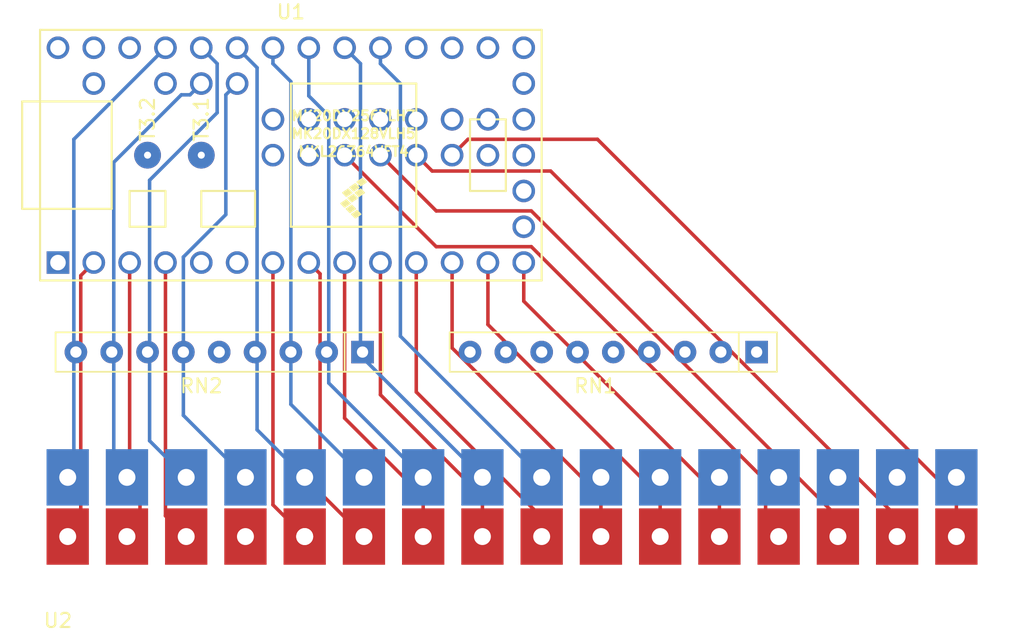
<source format=kicad_pcb>
(kicad_pcb (version 20171130) (host pcbnew 5.0.2+dfsg1-1~bpo9+1)

  (general
    (thickness 1.6)
    (drawings 0)
    (tracks 84)
    (zones 0)
    (modules 4)
    (nets 54)
  )

  (page A4)
  (layers
    (0 F.Cu signal)
    (31 B.Cu signal)
    (32 B.Adhes user)
    (33 F.Adhes user)
    (34 B.Paste user)
    (35 F.Paste user)
    (36 B.SilkS user)
    (37 F.SilkS user)
    (38 B.Mask user)
    (39 F.Mask user)
    (40 Dwgs.User user)
    (41 Cmts.User user)
    (42 Eco1.User user)
    (43 Eco2.User user)
    (44 Edge.Cuts user)
    (45 Margin user)
    (46 B.CrtYd user)
    (47 F.CrtYd user)
    (48 B.Fab user)
    (49 F.Fab user)
  )

  (setup
    (last_trace_width 0.25)
    (trace_clearance 0.2)
    (zone_clearance 0.508)
    (zone_45_only no)
    (trace_min 0.2)
    (segment_width 0.2)
    (edge_width 0.15)
    (via_size 0.8)
    (via_drill 0.4)
    (via_min_size 0.4)
    (via_min_drill 0.3)
    (uvia_size 0.3)
    (uvia_drill 0.1)
    (uvias_allowed no)
    (uvia_min_size 0.2)
    (uvia_min_drill 0.1)
    (pcb_text_width 0.3)
    (pcb_text_size 1.5 1.5)
    (mod_edge_width 0.15)
    (mod_text_size 1 1)
    (mod_text_width 0.15)
    (pad_size 1.524 1.524)
    (pad_drill 0.762)
    (pad_to_mask_clearance 0.051)
    (solder_mask_min_width 0.25)
    (aux_axis_origin 0 0)
    (visible_elements FFFFFF7F)
    (pcbplotparams
      (layerselection 0x010fc_ffffffff)
      (usegerberextensions false)
      (usegerberattributes false)
      (usegerberadvancedattributes false)
      (creategerberjobfile false)
      (excludeedgelayer true)
      (linewidth 0.100000)
      (plotframeref false)
      (viasonmask false)
      (mode 1)
      (useauxorigin false)
      (hpglpennumber 1)
      (hpglpenspeed 20)
      (hpglpendiameter 15.000000)
      (psnegative false)
      (psa4output false)
      (plotreference true)
      (plotvalue true)
      (plotinvisibletext false)
      (padsonsilk false)
      (subtractmaskfromsilk false)
      (outputformat 1)
      (mirror false)
      (drillshape 1)
      (scaleselection 1)
      (outputdirectory ""))
  )

  (net 0 "")
  (net 1 "Net-(U1-Pad16)")
  (net 2 "Net-(U1-Pad17)")
  (net 3 "Net-(U1-Pad18)")
  (net 4 "Net-(U1-Pad20)")
  (net 5 "Net-(U1-Pad31)")
  (net 6 "Net-(U1-Pad6)")
  (net 7 "Net-(U1-Pad5)")
  (net 8 "Net-(U1-Pad15)")
  (net 9 "Net-(U1-Pad32)")
  (net 10 "Net-(U1-Pad33)")
  (net 11 "Net-(U1-Pad34)")
  (net 12 "Net-(U1-Pad35)")
  (net 13 "Net-(U1-Pad41)")
  (net 14 "Net-(U1-Pad39)")
  (net 15 "Net-(U1-Pad38)")
  (net 16 "Net-(U1-Pad50)")
  (net 17 "Net-(U1-Pad51)")
  (net 18 GNDREF)
  (net 19 ROW_3)
  (net 20 ROW_5)
  (net 21 ROW_6)
  (net 22 ROW_7)
  (net 23 ROW_8)
  (net 24 ROW_9)
  (net 25 ROW_10)
  (net 26 ROW_11)
  (net 27 ROW_13)
  (net 28 ROW_15)
  (net 29 ROW_14)
  (net 30 ROW_12)
  (net 31 ROW_1)
  (net 32 ROW_2)
  (net 33 ROW_4)
  (net 34 ROW_0)
  (net 35 COL_3)
  (net 36 COL_2)
  (net 37 COL_1)
  (net 38 COL_0)
  (net 39 COL_12)
  (net 40 COL_15)
  (net 41 COL_14)
  (net 42 COL_13)
  (net 43 COL_11)
  (net 44 COL_10)
  (net 45 COL_9)
  (net 46 COL_8)
  (net 47 COL_7)
  (net 48 COL_6)
  (net 49 COL_5)
  (net 50 COL_4)
  (net 51 "Net-(U1-Pad26)")
  (net 52 "Net-(U1-Pad25)")
  (net 53 DAC)

  (net_class Default "Ceci est la Netclass par défaut."
    (clearance 0.2)
    (trace_width 0.25)
    (via_dia 0.8)
    (via_drill 0.4)
    (uvia_dia 0.3)
    (uvia_drill 0.1)
    (add_net COL_0)
    (add_net COL_1)
    (add_net COL_10)
    (add_net COL_11)
    (add_net COL_12)
    (add_net COL_13)
    (add_net COL_14)
    (add_net COL_15)
    (add_net COL_2)
    (add_net COL_3)
    (add_net COL_4)
    (add_net COL_5)
    (add_net COL_6)
    (add_net COL_7)
    (add_net COL_8)
    (add_net COL_9)
    (add_net DAC)
    (add_net GNDREF)
    (add_net "Net-(U1-Pad15)")
    (add_net "Net-(U1-Pad16)")
    (add_net "Net-(U1-Pad17)")
    (add_net "Net-(U1-Pad18)")
    (add_net "Net-(U1-Pad20)")
    (add_net "Net-(U1-Pad25)")
    (add_net "Net-(U1-Pad26)")
    (add_net "Net-(U1-Pad31)")
    (add_net "Net-(U1-Pad32)")
    (add_net "Net-(U1-Pad33)")
    (add_net "Net-(U1-Pad34)")
    (add_net "Net-(U1-Pad35)")
    (add_net "Net-(U1-Pad38)")
    (add_net "Net-(U1-Pad39)")
    (add_net "Net-(U1-Pad41)")
    (add_net "Net-(U1-Pad5)")
    (add_net "Net-(U1-Pad50)")
    (add_net "Net-(U1-Pad51)")
    (add_net "Net-(U1-Pad6)")
    (add_net ROW_0)
    (add_net ROW_1)
    (add_net ROW_10)
    (add_net ROW_11)
    (add_net ROW_12)
    (add_net ROW_13)
    (add_net ROW_14)
    (add_net ROW_15)
    (add_net ROW_2)
    (add_net ROW_3)
    (add_net ROW_4)
    (add_net ROW_5)
    (add_net ROW_6)
    (add_net ROW_7)
    (add_net ROW_8)
    (add_net ROW_9)
  )

  (module Resistor_THT:R_Array_SIP9 (layer F.Cu) (tedit 5A14249F) (tstamp 5DF7E9A9)
    (at 137.16 107.95 180)
    (descr "9-pin Resistor SIP pack")
    (tags R)
    (path /5DF1EFBB)
    (fp_text reference RN2 (at 11.43 -2.4 180) (layer F.SilkS)
      (effects (font (size 1 1) (thickness 0.15)))
    )
    (fp_text value R_Network08_US (at 11.43 2.4 180) (layer F.Fab)
      (effects (font (size 1 1) (thickness 0.15)))
    )
    (fp_line (start 22.05 -1.65) (end -1.7 -1.65) (layer F.CrtYd) (width 0.05))
    (fp_line (start 22.05 1.65) (end 22.05 -1.65) (layer F.CrtYd) (width 0.05))
    (fp_line (start -1.7 1.65) (end 22.05 1.65) (layer F.CrtYd) (width 0.05))
    (fp_line (start -1.7 -1.65) (end -1.7 1.65) (layer F.CrtYd) (width 0.05))
    (fp_line (start 1.27 -1.4) (end 1.27 1.4) (layer F.SilkS) (width 0.12))
    (fp_line (start 21.76 -1.4) (end -1.44 -1.4) (layer F.SilkS) (width 0.12))
    (fp_line (start 21.76 1.4) (end 21.76 -1.4) (layer F.SilkS) (width 0.12))
    (fp_line (start -1.44 1.4) (end 21.76 1.4) (layer F.SilkS) (width 0.12))
    (fp_line (start -1.44 -1.4) (end -1.44 1.4) (layer F.SilkS) (width 0.12))
    (fp_line (start 1.27 -1.25) (end 1.27 1.25) (layer F.Fab) (width 0.1))
    (fp_line (start 21.61 -1.25) (end -1.29 -1.25) (layer F.Fab) (width 0.1))
    (fp_line (start 21.61 1.25) (end 21.61 -1.25) (layer F.Fab) (width 0.1))
    (fp_line (start -1.29 1.25) (end 21.61 1.25) (layer F.Fab) (width 0.1))
    (fp_line (start -1.29 -1.25) (end -1.29 1.25) (layer F.Fab) (width 0.1))
    (fp_text user %R (at 10.16 0 180) (layer F.Fab)
      (effects (font (size 1 1) (thickness 0.15)))
    )
    (pad 9 thru_hole oval (at 20.32 0 180) (size 1.6 1.6) (drill 0.8) (layers *.Cu *.Mask)
      (net 40 COL_15))
    (pad 8 thru_hole oval (at 17.78 0 180) (size 1.6 1.6) (drill 0.8) (layers *.Cu *.Mask)
      (net 41 COL_14))
    (pad 7 thru_hole oval (at 15.24 0 180) (size 1.6 1.6) (drill 0.8) (layers *.Cu *.Mask)
      (net 42 COL_13))
    (pad 6 thru_hole oval (at 12.7 0 180) (size 1.6 1.6) (drill 0.8) (layers *.Cu *.Mask)
      (net 39 COL_12))
    (pad 5 thru_hole oval (at 10.16 0 180) (size 1.6 1.6) (drill 0.8) (layers *.Cu *.Mask)
      (net 43 COL_11))
    (pad 4 thru_hole oval (at 7.62 0 180) (size 1.6 1.6) (drill 0.8) (layers *.Cu *.Mask)
      (net 44 COL_10))
    (pad 3 thru_hole oval (at 5.08 0 180) (size 1.6 1.6) (drill 0.8) (layers *.Cu *.Mask)
      (net 45 COL_9))
    (pad 2 thru_hole oval (at 2.54 0 180) (size 1.6 1.6) (drill 0.8) (layers *.Cu *.Mask)
      (net 46 COL_8))
    (pad 1 thru_hole rect (at 0 0 180) (size 1.6 1.6) (drill 0.8) (layers *.Cu *.Mask)
      (net 18 GNDREF))
    (model ${KISYS3DMOD}/Resistor_THT.3dshapes/R_Array_SIP9.wrl
      (at (xyz 0 0 0))
      (scale (xyz 1 1 1))
      (rotate (xyz 0 0 0))
    )
  )

  (module Resistor_THT:R_Array_SIP9 (layer F.Cu) (tedit 5A14249F) (tstamp 5DF7E98D)
    (at 165.1 107.95 180)
    (descr "9-pin Resistor SIP pack")
    (tags R)
    (path /5DF1EF11)
    (fp_text reference RN1 (at 11.43 -2.4 180) (layer F.SilkS)
      (effects (font (size 1 1) (thickness 0.15)))
    )
    (fp_text value R_Network08_US (at 11.43 2.4 180) (layer F.Fab)
      (effects (font (size 1 1) (thickness 0.15)))
    )
    (fp_text user %R (at 10.16 0 180) (layer F.Fab)
      (effects (font (size 1 1) (thickness 0.15)))
    )
    (fp_line (start -1.29 -1.25) (end -1.29 1.25) (layer F.Fab) (width 0.1))
    (fp_line (start -1.29 1.25) (end 21.61 1.25) (layer F.Fab) (width 0.1))
    (fp_line (start 21.61 1.25) (end 21.61 -1.25) (layer F.Fab) (width 0.1))
    (fp_line (start 21.61 -1.25) (end -1.29 -1.25) (layer F.Fab) (width 0.1))
    (fp_line (start 1.27 -1.25) (end 1.27 1.25) (layer F.Fab) (width 0.1))
    (fp_line (start -1.44 -1.4) (end -1.44 1.4) (layer F.SilkS) (width 0.12))
    (fp_line (start -1.44 1.4) (end 21.76 1.4) (layer F.SilkS) (width 0.12))
    (fp_line (start 21.76 1.4) (end 21.76 -1.4) (layer F.SilkS) (width 0.12))
    (fp_line (start 21.76 -1.4) (end -1.44 -1.4) (layer F.SilkS) (width 0.12))
    (fp_line (start 1.27 -1.4) (end 1.27 1.4) (layer F.SilkS) (width 0.12))
    (fp_line (start -1.7 -1.65) (end -1.7 1.65) (layer F.CrtYd) (width 0.05))
    (fp_line (start -1.7 1.65) (end 22.05 1.65) (layer F.CrtYd) (width 0.05))
    (fp_line (start 22.05 1.65) (end 22.05 -1.65) (layer F.CrtYd) (width 0.05))
    (fp_line (start 22.05 -1.65) (end -1.7 -1.65) (layer F.CrtYd) (width 0.05))
    (pad 1 thru_hole rect (at 0 0 180) (size 1.6 1.6) (drill 0.8) (layers *.Cu *.Mask)
      (net 18 GNDREF))
    (pad 2 thru_hole oval (at 2.54 0 180) (size 1.6 1.6) (drill 0.8) (layers *.Cu *.Mask)
      (net 38 COL_0))
    (pad 3 thru_hole oval (at 5.08 0 180) (size 1.6 1.6) (drill 0.8) (layers *.Cu *.Mask)
      (net 37 COL_1))
    (pad 4 thru_hole oval (at 7.62 0 180) (size 1.6 1.6) (drill 0.8) (layers *.Cu *.Mask)
      (net 36 COL_2))
    (pad 5 thru_hole oval (at 10.16 0 180) (size 1.6 1.6) (drill 0.8) (layers *.Cu *.Mask)
      (net 35 COL_3))
    (pad 6 thru_hole oval (at 12.7 0 180) (size 1.6 1.6) (drill 0.8) (layers *.Cu *.Mask)
      (net 50 COL_4))
    (pad 7 thru_hole oval (at 15.24 0 180) (size 1.6 1.6) (drill 0.8) (layers *.Cu *.Mask)
      (net 49 COL_5))
    (pad 8 thru_hole oval (at 17.78 0 180) (size 1.6 1.6) (drill 0.8) (layers *.Cu *.Mask)
      (net 48 COL_6))
    (pad 9 thru_hole oval (at 20.32 0 180) (size 1.6 1.6) (drill 0.8) (layers *.Cu *.Mask)
      (net 47 COL_7))
    (model ${KISYS3DMOD}/Resistor_THT.3dshapes/R_Array_SIP9.wrl
      (at (xyz 0 0 0))
      (scale (xyz 1 1 1))
      (rotate (xyz 0 0 0))
    )
  )

  (module e256:e256_pad_16X16 (layer F.Cu) (tedit 5DE6C641) (tstamp 5DEF5558)
    (at 149.86 116.84 270)
    (path /5DEF4BB3)
    (fp_text reference U2 (at 10.16 34.29) (layer F.SilkS)
      (effects (font (size 1 1) (thickness 0.15)))
    )
    (fp_text value e256_pad_16x16 (at 8.255 29.21) (layer F.Fab)
      (effects (font (size 1 1) (thickness 0.15)))
    )
    (pad "" np_thru_hole circle (at 4.2 -33.6 270) (size 1.2 1.2) (drill 1.2) (layers *.Cu))
    (pad "" np_thru_hole circle (at 0 -33.6 270) (size 1.2 1.2) (drill 1.2) (layers *.Cu))
    (pad "" np_thru_hole circle (at 4.2 37.8 270) (size 1.2 1.2) (drill 1.2) (layers *.Cu))
    (pad "" np_thru_hole circle (at 0 37.8 270) (size 1.2 1.2) (drill 1.2) (layers *.Cu))
    (pad "" np_thru_hole circle (at 0 33.6 270) (size 1.2 1.2) (drill 1.2) (layers *.Cu))
    (pad "" np_thru_hole circle (at 4.2 33.6 270) (size 1.2 1.2) (drill 1.2) (layers *.Cu))
    (pad "" np_thru_hole circle (at 4.2 29.4 270) (size 1.2 1.2) (drill 1.2) (layers *.Cu))
    (pad "" np_thru_hole circle (at 0 29.4 270) (size 1.2 1.2) (drill 1.2) (layers *.Cu))
    (pad "" np_thru_hole circle (at 0 25.2 270) (size 1.2 1.2) (drill 1.2) (layers *.Cu))
    (pad "" np_thru_hole circle (at 4.2 25.2 270) (size 1.2 1.2) (drill 1.2) (layers *.Cu))
    (pad "" np_thru_hole circle (at 4.2 21 270) (size 1.2 1.2) (drill 1.2) (layers *.Cu))
    (pad "" np_thru_hole circle (at 0 21 270) (size 1.2 1.2) (drill 1.2) (layers *.Cu))
    (pad "" np_thru_hole circle (at 0 16.8 270) (size 1.2 1.2) (drill 1.2) (layers *.Cu))
    (pad "" np_thru_hole circle (at 4.2 16.8 270) (size 1.2 1.2) (drill 1.2) (layers *.Cu))
    (pad "" np_thru_hole circle (at 4.2 16.8 270) (size 1.2 1.2) (drill 1.2) (layers *.Cu))
    (pad "" np_thru_hole circle (at 4.2 12.6 270) (size 1.2 1.2) (drill 1.2) (layers *.Cu))
    (pad "" np_thru_hole circle (at 0 12.6 270) (size 1.2 1.2) (drill 1.2) (layers *.Cu))
    (pad "" np_thru_hole circle (at 0 8.4 270) (size 1.2 1.2) (drill 1.2) (layers *.Cu))
    (pad "" np_thru_hole circle (at 4.2 8.4 270) (size 1.2 1.2) (drill 1.2) (layers *.Cu))
    (pad "" np_thru_hole circle (at 4.2 4.2 270) (size 1.2 1.2) (drill 1.2) (layers *.Cu))
    (pad "" np_thru_hole circle (at 0 4.2 270) (size 1.2 1.2) (drill 1.2) (layers *.Cu))
    (pad "" np_thru_hole circle (at 0 0 270) (size 1.2 1.2) (drill 1.2) (layers *.Cu))
    (pad "" np_thru_hole circle (at 4.2 0 270) (size 1.2 1.2) (drill 1.2) (layers *.Cu))
    (pad "" np_thru_hole circle (at 4.2 -4.2 270) (size 1.2 1.2) (drill 1.2) (layers *.Cu))
    (pad "" np_thru_hole circle (at 0 -4.2 270) (size 1.2 1.2) (drill 1.2) (layers *.Cu))
    (pad "" np_thru_hole circle (at 0 -8.4 270) (size 1.2 1.2) (drill 1.2) (layers *.Cu))
    (pad "" np_thru_hole circle (at 4.2 -8.4 270) (size 1.2 1.2) (drill 1.2) (layers *.Cu))
    (pad "" np_thru_hole circle (at 4.2 -12.6 270) (size 1.2 1.2) (drill 1.2) (layers *.Cu))
    (pad "" np_thru_hole circle (at 0 -12.6 270) (size 1.2 1.2) (drill 1.2) (layers *.Cu))
    (pad "" np_thru_hole circle (at 0 -16.8 270) (size 1.2 1.2) (drill 1.2) (layers *.Cu))
    (pad "" np_thru_hole circle (at 4.2 -16.8 270) (size 1.2 1.2) (drill 1.2) (layers *.Cu))
    (pad "" np_thru_hole circle (at 4.2 -21 270) (size 1.2 1.2) (drill 1.2) (layers *.Cu))
    (pad "" np_thru_hole circle (at 0 -21 270) (size 1.2 1.2) (drill 1.2) (layers *.Cu))
    (pad "" np_thru_hole circle (at 4.2 -25.2 270) (size 1.2 1.2) (drill 1.2) (layers *.Cu))
    (pad "" np_thru_hole circle (at 0 -25.2 270) (size 1.2 1.2) (drill 1.2) (layers *.Cu))
    (pad "" np_thru_hole circle (at 0 -29.4 270) (size 1.2 1.2) (drill 1.2) (layers *.Cu))
    (pad "" np_thru_hole circle (at 4.2 -29.4 270) (size 1.2 1.2) (drill 1.2) (layers *.Cu))
    (pad 2 smd rect (at 0 -21 270) (size 4 3) (layers B.Cu B.Paste B.Mask)
      (net 32 ROW_2))
    (pad 14 smd rect (at 0 29.4 270) (size 4 3) (layers B.Cu B.Paste B.Mask)
      (net 29 ROW_14))
    (pad 8 smd rect (at 0 4.2 270) (size 4 3) (layers B.Cu B.Paste B.Mask)
      (net 23 ROW_8))
    (pad 15 smd rect (at 0 33.6 270) (size 4 3) (layers B.Cu B.Paste B.Mask)
      (net 28 ROW_15))
    (pad 9 smd rect (at 0 8.4 270) (size 4 3) (layers B.Cu B.Paste B.Mask)
      (net 24 ROW_9))
    (pad 7 smd rect (at 0 0 270) (size 4 3) (layers B.Cu B.Paste B.Mask)
      (net 22 ROW_7))
    (pad 12 smd rect (at 0 21 270) (size 4 3) (layers B.Cu B.Paste B.Mask)
      (net 30 ROW_12))
    (pad 13 smd rect (at 0 25.2 270) (size 4 3) (layers B.Cu B.Paste B.Mask)
      (net 27 ROW_13))
    (pad 11 smd rect (at 0 16.8 270) (size 4 3) (layers B.Cu B.Paste B.Mask)
      (net 26 ROW_11))
    (pad 0 smd rect (at 0 -29.4 270) (size 4 3) (layers B.Cu B.Paste B.Mask)
      (net 34 ROW_0))
    (pad 10 smd rect (at 0 12.6 270) (size 4 3) (layers B.Cu B.Paste B.Mask)
      (net 25 ROW_10))
    (pad 5 smd rect (at 0 -8.4 270) (size 4 3) (layers B.Cu B.Paste B.Mask)
      (net 20 ROW_5))
    (pad 6 smd rect (at 0 -4.2 270) (size 4 3) (layers B.Cu B.Paste B.Mask)
      (net 21 ROW_6))
    (pad 1 smd rect (at 0 -25.2 270) (size 4 3) (layers B.Cu B.Paste B.Mask)
      (net 31 ROW_1))
    (pad 3 smd rect (at 0 -16.8 270) (size 4 3) (layers B.Cu B.Paste B.Mask)
      (net 19 ROW_3))
    (pad 4 smd rect (at 0 -12.6 270) (size 4 3) (layers B.Cu B.Paste B.Mask)
      (net 33 ROW_4))
    (pad 26 smd rect (at 4.2 12.6 270) (size 4 3) (layers F.Cu F.Paste F.Mask)
      (net 44 COL_10))
    (pad 31 smd rect (at 4.2 33.6 270) (size 4 3) (layers F.Cu F.Paste F.Mask)
      (net 40 COL_15))
    (pad 24 smd rect (at 4.2 4.2 270) (size 4 3) (layers F.Cu F.Paste F.Mask)
      (net 46 COL_8))
    (pad 29 smd rect (at 4.2 25.2 270) (size 4 3) (layers F.Cu F.Paste F.Mask)
      (net 42 COL_13))
    (pad 30 smd rect (at 4.2 29.4 270) (size 4 3) (layers F.Cu F.Paste F.Mask)
      (net 41 COL_14))
    (pad 25 smd rect (at 4.2 8.4 270) (size 4 3) (layers F.Cu F.Paste F.Mask)
      (net 45 COL_9))
    (pad 27 smd rect (at 4.2 16.8 270) (size 4 3) (layers F.Cu F.Paste F.Mask)
      (net 43 COL_11))
    (pad 28 smd rect (at 4.2 21 270) (size 4 3) (layers F.Cu F.Paste F.Mask)
      (net 39 COL_12))
    (pad 23 smd rect (at 4.2 0 270) (size 4 3) (layers F.Cu F.Paste F.Mask)
      (net 47 COL_7))
    (pad 22 smd rect (at 4.2 -4.2 270) (size 4 3) (layers F.Cu F.Paste F.Mask)
      (net 48 COL_6))
    (pad 21 smd rect (at 4.2 -8.4 270) (size 4 3) (layers F.Cu F.Paste F.Mask)
      (net 49 COL_5))
    (pad 20 smd rect (at 4.2 -12.6 270) (size 4 3) (layers F.Cu F.Paste F.Mask)
      (net 50 COL_4))
    (pad 19 smd rect (at 4.2 -16.8 270) (size 4 3) (layers F.Cu F.Paste F.Mask)
      (net 35 COL_3))
    (pad 18 smd rect (at 4.2 -21 270) (size 4 3) (layers F.Cu F.Paste F.Mask)
      (net 36 COL_2))
    (pad 17 smd rect (at 4.2 -25.2 270) (size 4 3) (layers F.Cu F.Paste F.Mask)
      (net 37 COL_1))
    (pad 16 smd rect (at 4.2 -29.4 270) (size 4 3) (layers F.Cu F.Paste F.Mask)
      (net 38 COL_0))
  )

  (module teensy:Teensy30_31_32_LC (layer F.Cu) (tedit 5DEB7A80) (tstamp 5DEF5A28)
    (at 132.08 93.98)
    (path /5DEF4C87)
    (fp_text reference U1 (at 0 -10.16) (layer F.SilkS)
      (effects (font (size 1 1) (thickness 0.15)))
    )
    (fp_text value Teensy3.2 (at 0 10.16) (layer F.Fab)
      (effects (font (size 1 1) (thickness 0.15)))
    )
    (fp_text user MK20DX128VLH5 (at 4.445 -1.524) (layer F.SilkS)
      (effects (font (size 0.7 0.7) (thickness 0.15)))
    )
    (fp_text user MKL26Z64VFT4 (at 4.445 -0.254) (layer F.SilkS)
      (effects (font (size 0.7 0.7) (thickness 0.15)))
    )
    (fp_text user MK20DX256VLH7 (at 4.445 -2.794) (layer F.SilkS)
      (effects (font (size 0.7 0.7) (thickness 0.15)))
    )
    (fp_poly (pts (xy 4.826 2.921) (xy 4.572 2.667) (xy 4.953 2.413) (xy 5.207 2.667)) (layer F.SilkS) (width 0.1))
    (fp_poly (pts (xy 3.81 3.683) (xy 3.556 3.429) (xy 3.937 3.175) (xy 4.191 3.429)) (layer F.SilkS) (width 0.1))
    (fp_poly (pts (xy 4.572 4.445) (xy 4.318 4.191) (xy 4.699 3.937) (xy 4.953 4.191)) (layer F.SilkS) (width 0.1))
    (fp_poly (pts (xy 4.445 2.54) (xy 4.191 2.286) (xy 4.572 2.032) (xy 4.826 2.286)) (layer F.SilkS) (width 0.1))
    (fp_poly (pts (xy 4.191 4.064) (xy 3.937 3.81) (xy 4.318 3.556) (xy 4.572 3.81)) (layer F.SilkS) (width 0.1))
    (fp_poly (pts (xy 4.953 2.159) (xy 4.699 1.905) (xy 5.08 1.651) (xy 5.334 1.905)) (layer F.SilkS) (width 0.1))
    (fp_poly (pts (xy 4.318 3.302) (xy 4.064 3.048) (xy 4.445 2.794) (xy 4.699 3.048)) (layer F.SilkS) (width 0.1))
    (fp_poly (pts (xy 3.937 2.921) (xy 3.683 2.667) (xy 4.064 2.413) (xy 4.318 2.667)) (layer F.SilkS) (width 0.1))
    (fp_line (start -17.78 8.89) (end -17.78 -8.89) (layer F.SilkS) (width 0.15))
    (fp_line (start 17.78 8.89) (end -17.78 8.89) (layer F.SilkS) (width 0.15))
    (fp_line (start 17.78 -8.89) (end 17.78 8.89) (layer F.SilkS) (width 0.15))
    (fp_line (start -17.78 -8.89) (end 17.78 -8.89) (layer F.SilkS) (width 0.15))
    (fp_line (start 8.89 5.08) (end 0 5.08) (layer F.SilkS) (width 0.15))
    (fp_line (start 8.89 -5.08) (end 0 -5.08) (layer F.SilkS) (width 0.15))
    (fp_line (start 0 -5.08) (end 0 5.08) (layer F.SilkS) (width 0.15))
    (fp_line (start 8.89 5.08) (end 8.89 -5.08) (layer F.SilkS) (width 0.15))
    (fp_line (start 12.7 -2.54) (end 15.24 -2.54) (layer F.SilkS) (width 0.15))
    (fp_line (start 12.7 2.54) (end 12.7 -2.54) (layer F.SilkS) (width 0.15))
    (fp_line (start 15.24 2.54) (end 12.7 2.54) (layer F.SilkS) (width 0.15))
    (fp_line (start 15.24 -2.54) (end 15.24 2.54) (layer F.SilkS) (width 0.15))
    (fp_line (start -11.43 2.54) (end -11.43 5.08) (layer F.SilkS) (width 0.15))
    (fp_line (start -8.89 2.54) (end -11.43 2.54) (layer F.SilkS) (width 0.15))
    (fp_line (start -8.89 5.08) (end -8.89 2.54) (layer F.SilkS) (width 0.15))
    (fp_line (start -11.43 5.08) (end -8.89 5.08) (layer F.SilkS) (width 0.15))
    (fp_line (start -12.7 3.81) (end -17.78 3.81) (layer F.SilkS) (width 0.15))
    (fp_line (start -12.7 -3.81) (end -17.78 -3.81) (layer F.SilkS) (width 0.15))
    (fp_line (start -12.7 3.81) (end -12.7 -3.81) (layer F.SilkS) (width 0.15))
    (fp_line (start -6.35 2.54) (end -6.35 5.08) (layer F.SilkS) (width 0.15))
    (fp_line (start -2.54 2.54) (end -6.35 2.54) (layer F.SilkS) (width 0.15))
    (fp_line (start -2.54 5.08) (end -2.54 2.54) (layer F.SilkS) (width 0.15))
    (fp_line (start -6.35 5.08) (end -2.54 5.08) (layer F.SilkS) (width 0.15))
    (fp_line (start -19.05 -3.81) (end -17.78 -3.81) (layer F.SilkS) (width 0.15))
    (fp_line (start -19.05 3.81) (end -19.05 -3.81) (layer F.SilkS) (width 0.15))
    (fp_line (start -17.78 3.81) (end -19.05 3.81) (layer F.SilkS) (width 0.15))
    (fp_text user T3.1 (at -6.35 -2.54 -270) (layer F.SilkS)
      (effects (font (size 1 1) (thickness 0.15)))
    )
    (fp_text user T3.2 (at -10.16 -2.54 -270) (layer F.SilkS)
      (effects (font (size 1 1) (thickness 0.15)))
    )
    (pad 51 thru_hole circle (at -1.27 0) (size 1.6 1.6) (drill 1.1) (layers *.Cu *.Mask)
      (net 17 "Net-(U1-Pad51)"))
    (pad 50 thru_hole circle (at 1.27 0) (size 1.6 1.6) (drill 1.1) (layers *.Cu *.Mask)
      (net 16 "Net-(U1-Pad50)"))
    (pad 49 thru_hole circle (at 3.81 0) (size 1.6 1.6) (drill 1.1) (layers *.Cu *.Mask)
      (net 35 COL_3))
    (pad 48 thru_hole circle (at 6.35 0) (size 1.6 1.6) (drill 1.1) (layers *.Cu *.Mask)
      (net 36 COL_2))
    (pad 47 thru_hole circle (at 8.89 0) (size 1.6 1.6) (drill 1.1) (layers *.Cu *.Mask)
      (net 37 COL_1))
    (pad 46 thru_hole circle (at 11.43 0) (size 1.6 1.6) (drill 1.1) (layers *.Cu *.Mask)
      (net 38 COL_0))
    (pad 45 thru_hole circle (at 13.97 0) (size 1.6 1.6) (drill 1.1) (layers *.Cu *.Mask)
      (net 34 ROW_0))
    (pad 38 thru_hole circle (at -1.27 -2.54) (size 1.6 1.6) (drill 1.1) (layers *.Cu *.Mask)
      (net 15 "Net-(U1-Pad38)"))
    (pad 39 thru_hole circle (at 1.27 -2.54) (size 1.6 1.6) (drill 1.1) (layers *.Cu *.Mask)
      (net 14 "Net-(U1-Pad39)"))
    (pad 40 thru_hole circle (at 3.81 -2.54) (size 1.6 1.6) (drill 1.1) (layers *.Cu *.Mask)
      (net 39 COL_12))
    (pad 41 thru_hole circle (at 6.35 -2.54) (size 1.6 1.6) (drill 1.1) (layers *.Cu *.Mask)
      (net 13 "Net-(U1-Pad41)"))
    (pad 42 thru_hole circle (at 8.89 -2.54) (size 1.6 1.6) (drill 1.1) (layers *.Cu *.Mask)
      (net 33 ROW_4))
    (pad 43 thru_hole circle (at 11.43 -2.54) (size 1.6 1.6) (drill 1.1) (layers *.Cu *.Mask)
      (net 32 ROW_2))
    (pad 44 thru_hole circle (at 13.97 -2.54) (size 1.6 1.6) (drill 1.1) (layers *.Cu *.Mask)
      (net 31 ROW_1))
    (pad 52 thru_hole circle (at -10.16 0) (size 1.9 1.9) (drill 0.5) (layers *.Cu *.Mask))
    (pad 52 thru_hole circle (at -6.35 0) (size 1.9 1.9) (drill 0.5) (layers *.Cu *.Mask))
    (pad 1 thru_hole rect (at -16.51 7.62) (size 1.6 1.6) (drill 1.1) (layers *.Cu *.Mask)
      (net 18 GNDREF))
    (pad 2 thru_hole circle (at -13.97 7.62) (size 1.6 1.6) (drill 1.1) (layers *.Cu *.Mask)
      (net 40 COL_15))
    (pad 3 thru_hole circle (at -11.43 7.62) (size 1.6 1.6) (drill 1.1) (layers *.Cu *.Mask)
      (net 41 COL_14))
    (pad 4 thru_hole circle (at -8.89 7.62) (size 1.6 1.6) (drill 1.1) (layers *.Cu *.Mask)
      (net 42 COL_13))
    (pad 5 thru_hole circle (at -6.35 7.62) (size 1.6 1.6) (drill 1.1) (layers *.Cu *.Mask)
      (net 7 "Net-(U1-Pad5)"))
    (pad 6 thru_hole circle (at -3.81 7.62) (size 1.6 1.6) (drill 1.1) (layers *.Cu *.Mask)
      (net 6 "Net-(U1-Pad6)"))
    (pad 7 thru_hole circle (at -1.27 7.62) (size 1.6 1.6) (drill 1.1) (layers *.Cu *.Mask)
      (net 43 COL_11))
    (pad 8 thru_hole circle (at 1.27 7.62) (size 1.6 1.6) (drill 1.1) (layers *.Cu *.Mask)
      (net 44 COL_10))
    (pad 9 thru_hole circle (at 3.81 7.62) (size 1.6 1.6) (drill 1.1) (layers *.Cu *.Mask)
      (net 45 COL_9))
    (pad 10 thru_hole circle (at 6.35 7.62) (size 1.6 1.6) (drill 1.1) (layers *.Cu *.Mask)
      (net 46 COL_8))
    (pad 11 thru_hole circle (at 8.89 7.62) (size 1.6 1.6) (drill 1.1) (layers *.Cu *.Mask)
      (net 47 COL_7))
    (pad 12 thru_hole circle (at 11.43 7.62) (size 1.6 1.6) (drill 1.1) (layers *.Cu *.Mask)
      (net 48 COL_6))
    (pad 13 thru_hole circle (at 13.97 7.62) (size 1.6 1.6) (drill 1.1) (layers *.Cu *.Mask)
      (net 49 COL_5))
    (pad 37 thru_hole circle (at -3.81 -5.08) (size 1.6 1.6) (drill 1.1) (layers *.Cu *.Mask)
      (net 30 ROW_12))
    (pad 36 thru_hole circle (at -6.35 -5.08) (size 1.6 1.6) (drill 1.1) (layers *.Cu *.Mask)
      (net 29 ROW_14))
    (pad 35 thru_hole circle (at -8.89 -5.08) (size 1.6 1.6) (drill 1.1) (layers *.Cu *.Mask)
      (net 12 "Net-(U1-Pad35)"))
    (pad 34 thru_hole circle (at -13.97 -5.08) (size 1.6 1.6) (drill 1.1) (layers *.Cu *.Mask)
      (net 11 "Net-(U1-Pad34)"))
    (pad 33 thru_hole circle (at -16.51 -7.62) (size 1.6 1.6) (drill 1.1) (layers *.Cu *.Mask)
      (net 10 "Net-(U1-Pad33)"))
    (pad 32 thru_hole circle (at -13.97 -7.62) (size 1.6 1.6) (drill 1.1) (layers *.Cu *.Mask)
      (net 9 "Net-(U1-Pad32)"))
    (pad 31 thru_hole circle (at -11.43 -7.62) (size 1.6 1.6) (drill 1.1) (layers *.Cu *.Mask)
      (net 5 "Net-(U1-Pad31)"))
    (pad 30 thru_hole circle (at -8.89 -7.62) (size 1.6 1.6) (drill 1.1) (layers *.Cu *.Mask)
      (net 28 ROW_15))
    (pad 29 thru_hole circle (at -6.35 -7.62) (size 1.6 1.6) (drill 1.1) (layers *.Cu *.Mask)
      (net 27 ROW_13))
    (pad 28 thru_hole circle (at -3.81 -7.62) (size 1.6 1.6) (drill 1.1) (layers *.Cu *.Mask)
      (net 26 ROW_11))
    (pad 27 thru_hole circle (at -1.27 -7.62) (size 1.6 1.6) (drill 1.1) (layers *.Cu *.Mask)
      (net 25 ROW_10))
    (pad 26 thru_hole circle (at 1.27 -7.62) (size 1.6 1.6) (drill 1.1) (layers *.Cu *.Mask)
      (net 51 "Net-(U1-Pad26)"))
    (pad 25 thru_hole circle (at 3.81 -7.62) (size 1.6 1.6) (drill 1.1) (layers *.Cu *.Mask)
      (net 52 "Net-(U1-Pad25)"))
    (pad 24 thru_hole circle (at 6.35 -7.62) (size 1.6 1.6) (drill 1.1) (layers *.Cu *.Mask)
      (net 22 ROW_7))
    (pad 23 thru_hole circle (at 8.89 -7.62) (size 1.6 1.6) (drill 1.1) (layers *.Cu *.Mask)
      (net 21 ROW_6))
    (pad 22 thru_hole circle (at 11.43 -7.62) (size 1.6 1.6) (drill 1.1) (layers *.Cu *.Mask)
      (net 20 ROW_5))
    (pad 21 thru_hole circle (at 13.97 -7.62) (size 1.6 1.6) (drill 1.1) (layers *.Cu *.Mask)
      (net 19 ROW_3))
    (pad 14 thru_hole circle (at 16.51 7.62) (size 1.6 1.6) (drill 1.1) (layers *.Cu *.Mask)
      (net 50 COL_4))
    (pad 15 thru_hole circle (at 16.51 5.08) (size 1.6 1.6) (drill 1.1) (layers *.Cu *.Mask)
      (net 8 "Net-(U1-Pad15)"))
    (pad 16 thru_hole circle (at 16.51 2.54) (size 1.6 1.6) (drill 1.1) (layers *.Cu *.Mask)
      (net 1 "Net-(U1-Pad16)"))
    (pad 20 thru_hole circle (at 16.51 -7.62) (size 1.6 1.6) (drill 1.1) (layers *.Cu *.Mask)
      (net 4 "Net-(U1-Pad20)"))
    (pad 19 thru_hole circle (at 16.51 -5.08) (size 1.6 1.6) (drill 1.1) (layers *.Cu *.Mask)
      (net 53 DAC))
    (pad 18 thru_hole circle (at 16.51 -2.54) (size 1.6 1.6) (drill 1.1) (layers *.Cu *.Mask)
      (net 3 "Net-(U1-Pad18)"))
    (pad 17 thru_hole circle (at 16.51 0) (size 1.6 1.6) (drill 1.1) (layers *.Cu *.Mask)
      (net 2 "Net-(U1-Pad17)"))
  )

  (segment (start 139.844999 106.824999) (end 149.175499 116.155499) (width 0.25) (layer B.Cu) (net 22))
  (segment (start 139.844999 88.906369) (end 139.844999 106.824999) (width 0.25) (layer B.Cu) (net 22))
  (segment (start 138.43 87.49137) (end 139.844999 88.906369) (width 0.25) (layer B.Cu) (net 22))
  (segment (start 138.43 86.36) (end 138.43 87.49137) (width 0.25) (layer B.Cu) (net 22))
  (segment (start 137.015001 108.195001) (end 144.975499 116.155499) (width 0.25) (layer B.Cu) (net 23))
  (segment (start 137.015001 87.485001) (end 137.015001 108.195001) (width 0.25) (layer B.Cu) (net 23))
  (segment (start 135.89 86.36) (end 137.015001 87.485001) (width 0.25) (layer B.Cu) (net 23))
  (segment (start 134.764999 110.144999) (end 140.775499 116.155499) (width 0.25) (layer B.Cu) (net 24))
  (segment (start 134.764999 91.189997) (end 134.764999 110.144999) (width 0.25) (layer B.Cu) (net 24))
  (segment (start 133.35 89.774998) (end 134.764999 91.189997) (width 0.25) (layer B.Cu) (net 24))
  (segment (start 133.35 86.36) (end 133.35 89.774998) (width 0.25) (layer B.Cu) (net 24))
  (segment (start 132.08 111.66) (end 136.575499 116.155499) (width 0.25) (layer B.Cu) (net 25))
  (segment (start 132.08 88.76137) (end 132.08 111.66) (width 0.25) (layer B.Cu) (net 25))
  (segment (start 130.81 87.49137) (end 132.08 88.76137) (width 0.25) (layer B.Cu) (net 25))
  (segment (start 130.81 86.36) (end 130.81 87.49137) (width 0.25) (layer B.Cu) (net 25))
  (segment (start 129.684999 113.464999) (end 132.375499 116.155499) (width 0.25) (layer B.Cu) (net 26))
  (segment (start 129.684999 87.774999) (end 129.684999 113.464999) (width 0.25) (layer B.Cu) (net 26))
  (segment (start 128.27 86.36) (end 129.684999 87.774999) (width 0.25) (layer B.Cu) (net 26))
  (segment (start 122.064999 114.244999) (end 123.975499 116.155499) (width 0.25) (layer B.Cu) (net 27))
  (segment (start 126.855001 87.485001) (end 126.855001 90.967997) (width 0.25) (layer B.Cu) (net 27))
  (segment (start 122.064999 95.757999) (end 122.064999 114.244999) (width 0.25) (layer B.Cu) (net 27))
  (segment (start 126.855001 90.967997) (end 122.064999 95.757999) (width 0.25) (layer B.Cu) (net 27))
  (segment (start 125.73 86.36) (end 126.855001 87.485001) (width 0.25) (layer B.Cu) (net 27))
  (segment (start 116.695001 92.854999) (end 116.695001 115.914999) (width 0.25) (layer B.Cu) (net 28))
  (segment (start 123.19 86.36) (end 116.695001 92.854999) (width 0.25) (layer B.Cu) (net 28))
  (segment (start 119.524999 115.904999) (end 119.775499 116.155499) (width 0.25) (layer B.Cu) (net 29))
  (segment (start 119.524999 94.487999) (end 119.524999 115.904999) (width 0.25) (layer B.Cu) (net 29))
  (segment (start 124.312999 89.699999) (end 119.524999 94.487999) (width 0.25) (layer B.Cu) (net 29))
  (segment (start 124.930001 89.699999) (end 124.312999 89.699999) (width 0.25) (layer B.Cu) (net 29))
  (segment (start 125.73 88.9) (end 124.930001 89.699999) (width 0.25) (layer B.Cu) (net 29))
  (segment (start 127.470001 98.194997) (end 124.46 101.204998) (width 0.25) (layer B.Cu) (net 30))
  (segment (start 127.470001 89.699999) (end 127.470001 98.194997) (width 0.25) (layer B.Cu) (net 30))
  (segment (start 128.27 88.9) (end 127.470001 89.699999) (width 0.25) (layer B.Cu) (net 30))
  (segment (start 124.46 112.44) (end 128.175499 116.155499) (width 0.25) (layer B.Cu) (net 30))
  (segment (start 124.46 101.204998) (end 124.46 112.44) (width 0.25) (layer B.Cu) (net 30))
  (segment (start 165.734999 120.114999) (end 165.975499 120.355499) (width 0.25) (layer F.Cu) (net 35))
  (segment (start 165.734999 117.079997) (end 165.734999 120.114999) (width 0.25) (layer F.Cu) (net 35))
  (segment (start 149.130001 100.474999) (end 165.734999 117.079997) (width 0.25) (layer F.Cu) (net 35))
  (segment (start 142.384999 100.474999) (end 149.130001 100.474999) (width 0.25) (layer F.Cu) (net 35))
  (segment (start 135.89 93.98) (end 142.384999 100.474999) (width 0.25) (layer F.Cu) (net 35))
  (segment (start 149.124001 97.934999) (end 170.86 119.670998) (width 0.25) (layer F.Cu) (net 36))
  (segment (start 142.384999 97.934999) (end 149.124001 97.934999) (width 0.25) (layer F.Cu) (net 36))
  (segment (start 170.86 119.670998) (end 170.86 120.114999) (width 0.25) (layer F.Cu) (net 36))
  (segment (start 138.43 93.98) (end 142.384999 97.934999) (width 0.25) (layer F.Cu) (net 36))
  (segment (start 150.494003 95.105001) (end 175.06 119.670998) (width 0.25) (layer F.Cu) (net 37))
  (segment (start 142.095001 95.105001) (end 150.494003 95.105001) (width 0.25) (layer F.Cu) (net 37))
  (segment (start 175.06 119.670998) (end 175.06 120.114999) (width 0.25) (layer F.Cu) (net 37))
  (segment (start 140.97 93.98) (end 142.095001 95.105001) (width 0.25) (layer F.Cu) (net 37))
  (segment (start 179.26 118.3) (end 179.26 120.114999) (width 0.25) (layer F.Cu) (net 38))
  (segment (start 153.814999 92.854999) (end 179.26 118.3) (width 0.25) (layer F.Cu) (net 38))
  (segment (start 144.635001 92.854999) (end 153.814999 92.854999) (width 0.25) (layer F.Cu) (net 38))
  (segment (start 143.51 93.98) (end 144.635001 92.854999) (width 0.25) (layer F.Cu) (net 38))
  (segment (start 117.185001 120.114999) (end 116.944501 120.355499) (width 0.25) (layer F.Cu) (net 40))
  (segment (start 117.185001 102.524999) (end 117.185001 120.114999) (width 0.25) (layer F.Cu) (net 40))
  (segment (start 118.11 101.6) (end 117.185001 102.524999) (width 0.25) (layer F.Cu) (net 40))
  (segment (start 121.385001 120.114999) (end 121.144501 120.355499) (width 0.25) (layer F.Cu) (net 41))
  (segment (start 121.385001 116.395999) (end 121.385001 120.114999) (width 0.25) (layer F.Cu) (net 41))
  (segment (start 120.65 115.660998) (end 121.385001 116.395999) (width 0.25) (layer F.Cu) (net 41))
  (segment (start 120.65 101.6) (end 120.65 115.660998) (width 0.25) (layer F.Cu) (net 41))
  (segment (start 123.19 119.57) (end 123.975499 120.355499) (width 0.25) (layer F.Cu) (net 42))
  (segment (start 123.19 101.6) (end 123.19 119.57) (width 0.25) (layer F.Cu) (net 42))
  (segment (start 130.81 118.79) (end 132.375499 120.355499) (width 0.25) (layer F.Cu) (net 43))
  (segment (start 130.81 101.6) (end 130.81 118.79) (width 0.25) (layer F.Cu) (net 43))
  (segment (start 134.149999 117.929999) (end 136.575499 120.355499) (width 0.25) (layer F.Cu) (net 44))
  (segment (start 134.149999 102.399999) (end 134.149999 117.929999) (width 0.25) (layer F.Cu) (net 44))
  (segment (start 133.35 101.6) (end 134.149999 102.399999) (width 0.25) (layer F.Cu) (net 44))
  (segment (start 141.46 118.209002) (end 141.46 120.114999) (width 0.25) (layer F.Cu) (net 45))
  (segment (start 135.89 112.639002) (end 141.46 118.209002) (width 0.25) (layer F.Cu) (net 45))
  (segment (start 135.89 101.6) (end 135.89 112.639002) (width 0.25) (layer F.Cu) (net 45))
  (segment (start 145.66 118.209002) (end 145.66 120.114999) (width 0.25) (layer F.Cu) (net 46))
  (segment (start 138.43 110.979002) (end 145.66 118.209002) (width 0.25) (layer F.Cu) (net 46))
  (segment (start 138.43 101.6) (end 138.43 110.979002) (width 0.25) (layer F.Cu) (net 46))
  (segment (start 149.86 119.670998) (end 149.86 120.114999) (width 0.25) (layer F.Cu) (net 47))
  (segment (start 140.97 110.780998) (end 149.86 119.670998) (width 0.25) (layer F.Cu) (net 47))
  (segment (start 140.97 101.6) (end 140.97 110.780998) (width 0.25) (layer F.Cu) (net 47))
  (segment (start 143.51 107.659002) (end 154.06 118.209002) (width 0.25) (layer F.Cu) (net 48))
  (segment (start 154.06 118.209002) (end 154.06 120.114999) (width 0.25) (layer F.Cu) (net 48))
  (segment (start 143.51 101.6) (end 143.51 107.659002) (width 0.25) (layer F.Cu) (net 48))
  (segment (start 158.26 118.209002) (end 158.26 120.114999) (width 0.25) (layer F.Cu) (net 49))
  (segment (start 146.05 105.999002) (end 158.26 118.209002) (width 0.25) (layer F.Cu) (net 49))
  (segment (start 146.05 101.6) (end 146.05 105.999002) (width 0.25) (layer F.Cu) (net 49))
  (segment (start 162.46 118.209002) (end 162.46 120.114999) (width 0.25) (layer F.Cu) (net 50))
  (segment (start 148.59 104.339002) (end 162.46 118.209002) (width 0.25) (layer F.Cu) (net 50))
  (segment (start 148.59 101.6) (end 148.59 104.339002) (width 0.25) (layer F.Cu) (net 50))

)

</source>
